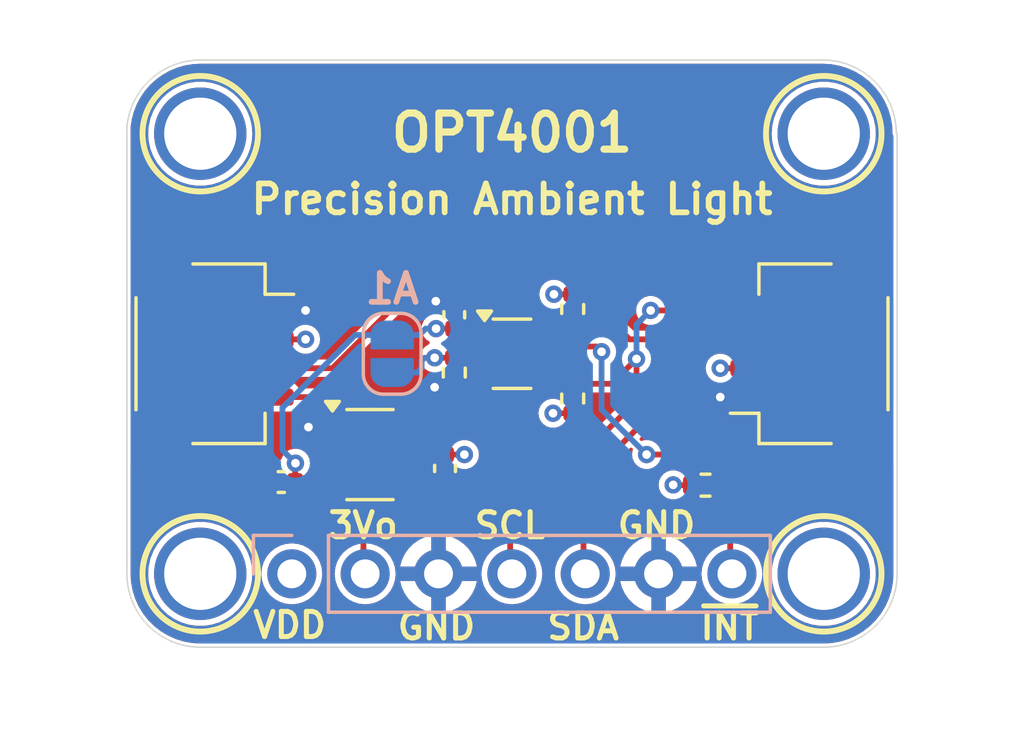
<source format=kicad_pcb>
(kicad_pcb (version 20240108) (generator "pcbnew") (generator_version "8.0")
  (layers (0 "F.Cu" signal) (1 "In1.Cu" signal) (2 "In2.Cu" signal) (31 "B.Cu" signal) (34 "B.Paste" user) (35 "F.Paste" user) (36 "B.SilkS" user "B.Silkscreen") (37 "F.SilkS" user "F.Silkscreen") (38 "B.Mask" user) (39 "F.Mask" user) (44 "Edge.Cuts" user))
  (net 0 "")
  (net 1 "GND")
  (net 2 "/SCL")
  (net 3 "/SDA")
  (net 4 "VDD")
  (net 5 "/INT")
  (net 6 "+3.3V")
  (net 7 "Net-(JP1-B)")
  (footprint "Resistor_SMD:R_0402_1005Metric" (layer "F.Cu") (at 117 95.9 -90)
    (property "Reference" "R1" (hide yes))
    (property "Value" "1MR")
    (fp_line (start -0.153641 0.38) (end 0.153641 0.38) (stroke (width 0.12)) (layer "F.SilkS"))
    (fp_line (start -0.153641 -0.38) (end 0.153641 -0.38) (stroke (width 0.12)) (layer "F.SilkS"))
    (pad "1" smd roundrect (at -0.51 0 270) (size 0.54 0.64) (layers "F.Cu" "F.Paste" "F.Mask") (net 7 "Net-(JP1-B)"))
    (pad "2" smd roundrect (at 0.51 0 270) (size 0.54 0.64) (layers "F.Cu" "F.Paste" "F.Mask") (net 1 "GND"))
  )
  (footprint "OPT4001_MountingHole:MountingHole_2.5mm_Pad" (layer "F.Cu") (at 108.204 87.63)
    (property "Reference" "H1" (hide yes))
    (property "Value" "MountingHole_Pad")
    (fp_circle (center 0 0) (end 2 0) (stroke (width 0.2032)) (fill none) (layer "F.SilkS"))
    (pad "1" thru_hole circle (at 0 0) (size 3.2 3.2) (drill 2.5) (layers "*.Cu" "*.Mask"))
  )
  (footprint "Connector_JST:JST_SH_SM04B-SRSS-TB_1x04-1MP_P1.00mm_Horizontal" (layer "F.Cu") (at 108.664 95.25 -90)
    (property "Reference" "J1" (hide yes))
    (property "Value" "Conn_01x04_MountingPin")
    (fp_line (start -1.94 2.685) (end 1.94 2.685) (stroke (width 0.12)) (layer "F.SilkS"))
    (fp_line (start -3.11 0.715) (end -3.11 -1.785) (stroke (width 0.12)) (layer "F.SilkS"))
    (fp_line (start 3.11 0.715) (end 3.11 -1.785) (stroke (width 0.12)) (layer "F.SilkS"))
    (fp_line (start -3.11 -1.785) (end -2.06 -1.785) (stroke (width 0.12)) (layer "F.SilkS"))
    (fp_line (start -2.06 -1.785) (end -2.06 -2.775) (stroke (width 0.12)) (layer "F.SilkS"))
    (fp_line (start 3.11 -1.785) (end 2.06 -1.785) (stroke (width 0.12)) (layer "F.SilkS"))
    (pad "1" smd roundrect (at -1.5 -2 270) (size 0.6 1.55) (layers "F.Cu" "F.Paste" "F.Mask") (net 1 "GND"))
    (pad "2" smd roundrect (at -0.5 -2 270) (size 0.6 1.55) (layers "F.Cu" "F.Paste" "F.Mask") (net 4 "VDD"))
    (pad "3" smd roundrect (at 0.5 -2 270) (size 0.6 1.55) (layers "F.Cu" "F.Paste" "F.Mask") (net 3 "/SDA"))
    (pad "4" smd roundrect (at 1.5 -2 270) (size 0.6 1.55) (layers "F.Cu" "F.Paste" "F.Mask") (net 2 "/SCL"))
    (pad "MP" smd roundrect (at -2.8 1.875 270) (size 1.2 1.8) (layers "F.Cu" "F.Paste" "F.Mask") (roundrect_rratio 0.208333) (net 1 "GND"))
    (pad "MP" smd roundrect (at 2.8 1.875 270) (size 1.2 1.8) (layers "F.Cu" "F.Paste" "F.Mask") (roundrect_rratio 0.208333) (net 1 "GND"))
  )
  (footprint "OPT4001_MountingHole:MountingHole_2.5mm_Pad" (layer "F.Cu") (at 129.794 87.63)
    (property "Reference" "H4" (hide yes))
    (property "Value" "MountingHole_Pad")
    (fp_circle (center 0 0) (end 2 0) (stroke (width 0.2032)) (fill none) (layer "F.SilkS"))
    (pad "1" thru_hole circle (at 0 0) (size 3.2 3.2) (drill 2.5) (layers "*.Cu" "*.Mask"))
  )
  (footprint "Resistor_SMD:R_0402_1005Metric" (layer "F.Cu") (at 125.7 99.8)
    (property "Reference" "R6" (hide yes))
    (property "Value" "10kR")
    (fp_line (start -0.153641 -0.38) (end 0.153641 -0.38) (stroke (width 0.12)) (layer "F.SilkS"))
    (fp_line (start -0.153641 0.38) (end 0.153641 0.38) (stroke (width 0.12)) (layer "F.SilkS"))
    (pad "1" smd roundrect (at -0.51 0) (size 0.54 0.64) (layers "F.Cu" "F.Paste" "F.Mask") (net 4 "VDD"))
    (pad "2" smd roundrect (at 0.51 0) (size 0.54 0.64) (layers "F.Cu" "F.Paste" "F.Mask") (net 5 "/INT"))
  )
  (footprint "Capacitor_SMD:C_0402_1005Metric" (layer "F.Cu") (at 111.01 99.6911 180)
    (property "Reference" "C3" (hide yes))
    (property "Value" "1uF")
    (fp_line (start -0.107836 0.36) (end 0.107836 0.36) (stroke (width 0.12)) (layer "F.SilkS"))
    (fp_line (start -0.107836 -0.36) (end 0.107836 -0.36) (stroke (width 0.12)) (layer "F.SilkS"))
    (pad "1" smd roundrect (at -0.48 0 180) (size 0.56 0.62) (layers "F.Cu" "F.Paste" "F.Mask") (net 6 "+3.3V"))
    (pad "2" smd roundrect (at 0.48 0 180) (size 0.56 0.62) (layers "F.Cu" "F.Paste" "F.Mask") (net 1 "GND"))
  )
  (footprint "OPT4001_MountingHole:MountingHole_2.5mm_Pad" (layer "F.Cu") (at 108.204 102.87)
    (property "Reference" "H3" (hide yes))
    (property "Value" "MountingHole_Pad")
    (fp_circle (center 0 0) (end 2 0) (stroke (width 0.2032)) (fill none) (layer "F.SilkS"))
    (pad "1" thru_hole circle (at 0 0) (size 3.2 3.2) (drill 2.5) (layers "*.Cu" "*.Mask"))
  )
  (footprint "Package_TO_SOT_SMD:SOT-23-3" (layer "F.Cu") (at 114.08 98.7411)
    (property "Reference" "U2" (hide yes))
    (property "Value" "XC6206PxxxMR")
    (fp_line (start 0 -1.56) (end -0.8 -1.56) (stroke (width 0.12)) (layer "F.SilkS"))
    (fp_line (start 0 -1.56) (end 0.8 -1.56) (stroke (width 0.12)) (layer "F.SilkS"))
    (fp_line (start 0 1.56) (end -0.8 1.56) (stroke (width 0.12)) (layer "F.SilkS"))
    (fp_line (start 0 1.56) (end 0.8 1.56) (stroke (width 0.12)) (layer "F.SilkS"))
    (fp_poly (pts (xy -1.3 -1.51) (xy -1.54 -1.84) (xy -1.06 -1.84) (xy -1.3 -1.51)) (stroke (width 0.12)) (fill solid) (layer "F.SilkS"))
    (pad "1" smd roundrect (at -1.1375 -0.95) (size 1.325 0.6) (layers "F.Cu" "F.Paste" "F.Mask") (net 1 "GND"))
    (pad "2" smd roundrect (at -1.1375 0.95) (size 1.325 0.6) (layers "F.Cu" "F.Paste" "F.Mask") (net 6 "+3.3V"))
    (pad "3" smd roundrect (at 1.1375 0) (size 1.325 0.6) (layers "F.Cu" "F.Paste" "F.Mask") (net 4 "VDD"))
  )
  (footprint "Resistor_SMD:R_0402_1005Metric" (layer "F.Cu") (at 121.1 96.8 90)
    (property "Reference" "R4" (hide yes))
    (property "Value" "10kR")
    (fp_line (start -0.153641 -0.38) (end 0.153641 -0.38) (stroke (width 0.12)) (layer "F.SilkS"))
    (fp_line (start -0.153641 0.38) (end 0.153641 0.38) (stroke (width 0.12)) (layer "F.SilkS"))
    (pad "1" smd roundrect (at -0.51 0 90) (size 0.54 0.64) (layers "F.Cu" "F.Paste" "F.Mask") (net 4 "VDD"))
    (pad "2" smd roundrect (at 0.51 0 90) (size 0.54 0.64) (layers "F.Cu" "F.Paste" "F.Mask") (net 2 "/SCL"))
  )
  (footprint "OPT4001_MountingHole:MountingHole_2.5mm_Pad" (layer "F.Cu") (at 129.794 102.87)
    (property "Reference" "H2" (hide yes))
    (property "Value" "MountingHole_Pad")
    (fp_circle (center 0 0) (end 2 0) (stroke (width 0.2032)) (fill none) (layer "F.SilkS"))
    (pad "1" thru_hole circle (at 0 0) (size 3.2 3.2) (drill 2.5) (layers "*.Cu" "*.Mask"))
  )
  (footprint "Capacitor_SMD:C_0402_1005Metric" (layer "F.Cu") (at 117 93.9 90)
    (property "Reference" "C1" (hide yes))
    (property "Value" "100nF")
    (fp_line (start -0.107836 -0.36) (end 0.107836 -0.36) (stroke (width 0.12)) (layer "F.SilkS"))
    (fp_line (start -0.107836 0.36) (end 0.107836 0.36) (stroke (width 0.12)) (layer "F.SilkS"))
    (pad "1" smd roundrect (at -0.48 0 90) (size 0.56 0.62) (layers "F.Cu" "F.Paste" "F.Mask") (net 6 "+3.3V"))
    (pad "2" smd roundrect (at 0.48 0 90) (size 0.56 0.62) (layers "F.Cu" "F.Paste" "F.Mask") (net 1 "GND"))
  )
  (footprint "Capacitor_SMD:C_0402_1005Metric" (layer "F.Cu") (at 116.68 99.2211 -90)
    (property "Reference" "C2" (hide yes))
    (property "Value" "1uF")
    (fp_line (start -0.107836 0.36) (end 0.107836 0.36) (stroke (width 0.12)) (layer "F.SilkS"))
    (fp_line (start -0.107836 -0.36) (end 0.107836 -0.36) (stroke (width 0.12)) (layer "F.SilkS"))
    (pad "1" smd roundrect (at -0.48 0 270) (size 0.56 0.62) (layers "F.Cu" "F.Paste" "F.Mask") (net 4 "VDD"))
    (pad "2" smd roundrect (at 0.48 0 270) (size 0.56 0.62) (layers "F.Cu" "F.Paste" "F.Mask") (net 1 "GND"))
  )
  (footprint "Resistor_SMD:R_0402_1005Metric" (layer "F.Cu") (at 121.1 93.7 -90)
    (property "Reference" "R3" (hide yes))
    (property "Value" "10kR")
    (fp_line (start -0.153641 0.38) (end 0.153641 0.38) (stroke (width 0.12)) (layer "F.SilkS"))
    (fp_line (start -0.153641 -0.38) (end 0.153641 -0.38) (stroke (width 0.12)) (layer "F.SilkS"))
    (pad "1" smd roundrect (at -0.51 0 270) (size 0.54 0.64) (layers "F.Cu" "F.Paste" "F.Mask") (net 4 "VDD"))
    (pad "2" smd roundrect (at 0.51 0 270) (size 0.54 0.64) (layers "F.Cu" "F.Paste" "F.Mask") (net 3 "/SDA"))
  )
  (footprint "Connector_JST:JST_SH_SM04B-SRSS-TB_1x04-1MP_P1.00mm_Horizontal" (layer "F.Cu") (at 129.334 95.25 90)
    (property "Reference" "J2" (hide yes))
    (property "Value" "Conn_01x04_MountingPin")
    (fp_line (start 3.11 -1.785) (end 2.06 -1.785) (stroke (width 0.12)) (layer "F.SilkS"))
    (fp_line (start -2.06 -1.785) (end -2.06 -2.775) (stroke (width 0.12)) (layer "F.SilkS"))
    (fp_line (start -3.11 -1.785) (end -2.06 -1.785) (stroke (width 0.12)) (layer "F.SilkS"))
    (fp_line (start 3.11 0.715) (end 3.11 -1.785) (stroke (width 0.12)) (layer "F.SilkS"))
    (fp_line (start -3.11 0.715) (end -3.11 -1.785) (stroke (width 0.12)) (layer "F.SilkS"))
    (fp_line (start -1.94 2.685) (end 1.94 2.685) (stroke (width 0.12)) (layer "F.SilkS"))
    (pad "1" smd roundrect (at -1.5 -2 90) (size 0.6 1.55) (layers "F.Cu" "F.Paste" "F.Mask") (net 1 "GND"))
    (pad "2" smd roundrect (at -0.5 -2 90) (size 0.6 1.55) (layers "F.Cu" "F.Paste" "F.Mask") (net 4 "VDD"))
    (pad "3" smd roundrect (at 0.5 -2 90) (size 0.6 1.55) (layers "F.Cu" "F.Paste" "F.Mask") (net 3 "/SDA"))
    (pad "4" smd roundrect (at 1.5 -2 90) (size 0.6 1.55) (layers "F.Cu" "F.Paste" "F.Mask") (net 2 "/SCL"))
    (pad "MP" smd roundrect (at -2.8 1.875 90) (size 1.2 1.8) (layers "F.Cu" "F.Paste" "F.Mask") (roundrect_rratio 0.208333) (net 1 "GND"))
    (pad "MP" smd roundrect (at 2.8 1.875 90) (size 1.2 1.8) (layers "F.Cu" "F.Paste" "F.Mask") (roundrect_rratio 0.208333) (net 1 "GND"))
  )
  (footprint "OPT4001_Package_TO_SOT_SMD:SOT-5X3" (layer "F.Cu") (at 118.999 95.25)
    (property "Reference" "U1" (hide yes))
    (property "Value" "OPT4001DNPRQ1")
    (fp_line (start -0.65 -1.2) (end 0.65 -1.2) (stroke (width 0.12)) (layer "F.SilkS"))
    (fp_line (start -0.65 1.2) (end 0.65 1.2) (stroke (width 0.12)) (layer "F.SilkS"))
    (fp_poly (pts (xy -0.95 -1.15) (xy -1.19 -1.48) (xy -0.71 -1.48) (xy -0.95 -1.15)) (stroke (width 0.12)) (fill solid) (layer "F.SilkS"))
    (pad "1" smd rect (at -0.86 -0.75 270) (size 0.3 0.72) (layers "F.Cu" "F.Paste" "F.Mask") (net 6 "+3.3V"))
    (pad "2" smd rect (at -0.86 -0.25 270) (size 0.3 0.72) (layers "F.Cu" "F.Paste" "F.Mask") (net 7 "Net-(JP1-B)"))
    (pad "3" smd rect (at -0.86 0.25 270) (size 0.3 0.72) (layers "F.Cu" "F.Paste" "F.Mask"))
    (pad "4" smd rect (at -0.86 0.75 270) (size 0.3 0.72) (layers "F.Cu" "F.Paste" "F.Mask") (net 1 "GND"))
    (pad "5" smd rect (at 0.86 0.75 270) (size 0.3 0.72) (layers "F.Cu" "F.Paste" "F.Mask") (net 2 "/SCL"))
    (pad "6" smd rect (at 0.86 0.25 270) (size 0.3 0.72) (layers "F.Cu" "F.Paste" "F.Mask"))
    (pad "7" smd rect (at 0.86 -0.25 270) (size 0.3 0.72) (layers "F.Cu" "F.Paste" "F.Mask") (net 5 "/INT"))
    (pad "8" smd rect (at 0.86 -0.75 270) (size 0.3 0.72) (layers "F.Cu" "F.Paste" "F.Mask") (net 3 "/SDA"))
  )
  (footprint "Jumper:SolderJumper-2_P1.3mm_Open_RoundedPad1.0x1.5mm" (layer "B.Cu") (at 114.85 95.25 -90)
    (property "Reference" "JP1" (hide yes))
    (property "Value" "SolderJumper_2_Open")
    (fp_line (start 0.7 1) (end -0.7 1) (stroke (width 0.12)) (layer "B.SilkS"))
    (fp_line (start -1.4 0.3) (end -1.4 -0.3) (stroke (width 0.12)) (layer "B.SilkS"))
    (fp_line (start 1.4 -0.3) (end 1.4 0.3) (stroke (width 0.12)) (layer "B.SilkS"))
    (fp_line (start -0.7 -1) (end 0.7 -1) (stroke (width 0.12)) (layer "B.SilkS"))
    (fp_arc (start -0.7 1) (mid -1.194975 0.794975) (end -1.4 0.3) (stroke (width 0.12)) (layer "B.SilkS"))
    (fp_arc (start 1.4 0.3) (mid 1.194975 0.794975) (end 0.7 1) (stroke (width 0.12)) (layer "B.SilkS"))
    (fp_arc (start -1.4 -0.3) (mid -1.194975 -0.794975) (end -0.7 -1) (stroke (width 0.12)) (layer "B.SilkS"))
    (fp_arc (start 0.7 -1) (mid 1.194975 -0.794975) (end 1.4 -0.3) (stroke (width 0.12)) (layer "B.SilkS"))
    (pad "1" smd custom (at -0.65 0 270) (size 1 0.5) (layers "B.Cu" "B.Mask") (net 6 "+3.3V") (options (clearance outline) (anchor rect)) (primitives (gr_circle (center 0 -0.25) (end 0.5 -0.25) (width 0) (fill yes)) (gr_circle (center 0 0.25) (end 0.5 0.25) (width 0) (fill yes)) (gr_poly (pts (xy 0.5 -0.75) (xy 0 -0.75) (xy 0 0.75) (xy 0.5 0.75)) (width 0) (fill yes))))
    (pad "2" smd custom (at 0.65 0 270) (size 1 0.5) (layers "B.Cu" "B.Mask") (net 7 "Net-(JP1-B)") (options (clearance outline) (anchor rect)) (primitives (gr_circle (center 0 -0.25) (end 0.5 -0.25) (width 0) (fill yes)) (gr_circle (center 0 0.25) (end 0.5 0.25) (width 0) (fill yes)) (gr_poly (pts (xy 0 -0.75) (xy -0.5 -0.75) (xy -0.5 0.75) (xy 0 0.75)) (width 0) (fill yes))))
  )
  (footprint "Connector_PinHeader_2.54mm:PinHeader_1x07_P2.54mm_Vertical" (layer "B.Cu") (at 111.374 102.87 -90)
    (property "Reference" "J3" (hide yes))
    (property "Value" "Conn_01x07_Pin")
    (fp_line (start -1.33 1.33) (end -1.33 0) (stroke (width 0.12)) (layer "B.SilkS"))
    (fp_line (start 0 1.33) (end -1.33 1.33) (stroke (width 0.12)) (layer "B.SilkS"))
    (fp_line (start 1.33 -1.27) (end -1.33 -1.27) (stroke (width 0.12)) (layer "B.SilkS"))
    (fp_line (start -1.33 -16.57) (end -1.33 -1.27) (stroke (width 0.12)) (layer "B.SilkS"))
    (fp_line (start 1.33 -16.57) (end 1.33 -1.27) (stroke (width 0.12)) (layer "B.SilkS"))
    (fp_line (start 1.33 -16.57) (end -1.33 -16.57) (stroke (width 0.12)) (layer "B.SilkS"))
    (pad "1" thru_hole circle (at 0 0 270) (size 1.7 1.7) (drill 1) (layers "*.Cu" "*.Mask") (net 4 "VDD"))
    (pad "2" thru_hole oval (at 0 -2.54 270) (size 1.7 1.7) (drill 1) (layers "*.Cu" "*.Mask") (net 6 "+3.3V"))
    (pad "3" thru_hole oval (at 0 -5.08 270) (size 1.7 1.7) (drill 1) (layers "*.Cu" "*.Mask") (net 1 "GND"))
    (pad "4" thru_hole oval (at 0 -7.62 270) (size 1.7 1.7) (drill 1) (layers "*.Cu" "*.Mask") (net 2 "/SCL"))
    (pad "5" thru_hole oval (at 0 -10.16 270) (size 1.7 1.7) (drill 1) (layers "*.Cu" "*.Mask") (net 3 "/SDA"))
    (pad "6" thru_hole oval (at 0 -12.7 270) (size 1.7 1.7) (drill 1) (layers "*.Cu" "*.Mask") (net 1 "GND"))
    (pad "7" thru_hole oval (at 0 -15.24 270) (size 1.7 1.7) (drill 1) (layers "*.Cu" "*.Mask") (net 5 "/INT"))
  )
  (gr_line (start 129.794 105.41) (end 108.204 105.41) (stroke (width 0.05)) (layer "Edge.Cuts"))
  (gr_line (start 132.334 87.63) (end 132.305 87.62) (stroke (width 0.05)) (layer "Edge.Cuts"))
  (gr_arc (start 108.204 105.41) (mid 106.407949 104.666051) (end 105.664 102.87) (stroke (width 0.05)) (layer "Edge.Cuts"))
  (gr_line (start 108.232921 85.08) (end 129.765 85.08) (stroke (width 0.05)) (layer "Edge.Cuts"))
  (gr_arc (start 129.765 85.08) (mid 131.561051 85.823949) (end 132.305 87.62) (stroke (width 0.05)) (layer "Edge.Cuts"))
  (gr_line (start 132.334 87.63) (end 132.334 102.87) (stroke (width 0.05)) (layer "Edge.Cuts"))
  (gr_arc (start 132.334 102.87) (mid 131.590051 104.666051) (end 129.794 105.41) (stroke (width 0.05)) (layer "Edge.Cuts"))
  (gr_arc (start 105.664 87.402544) (mid 106.390538 85.837044) (end 108.232921 85.08) (stroke (width 0.05)) (layer "Edge.Cuts"))
  (gr_line (start 105.664 102.87) (end 105.664 87.402544) (stroke (width 0.05)) (layer "Edge.Cuts"))
  (gr_text "A1" (at 114.85 93 0) (layer "B.SilkS") (effects (font (size 1 1) (thickness 0.2) (bold yes)) (justify mirror)))
  (gr_text "SCL" (at 118.9228 101.1936 0) (layer "F.SilkS") (effects (font (size 0.87 0.87) (thickness 0.174) (bold yes))))
  (gr_text "GND" (at 124.0028 101.1936 0) (layer "F.SilkS") (effects (font (size 0.87 0.87) (thickness 0.174) (bold yes))))
  (gr_text "~{INT}" (at 126.5428 104.6988 0) (layer "F.SilkS") (effects (font (size 0.87 0.87) (thickness 0.174) (bold yes))))
  (gr_text "SDA" (at 121.4628 104.6988 0) (layer "F.SilkS") (effects (font (size 0.87 0.87) (thickness 0.174) (bold yes))))
  (gr_text "Precision Ambient Light" (at 118.998961 89.9 0) (layer "F.SilkS") (effects (font (size 1 1) (thickness 0.2) (bold yes))))
  (gr_text "VDD" (at 111.3 104.648 0) (layer "F.SilkS") (effects (font (size 0.87 0.87) (thickness 0.174) (bold yes))))
  (gr_text "GND" (at 116.3828 104.6988 0) (layer "F.SilkS") (effects (font (size 0.87 0.87) (thickness 0.174) (bold yes))))
  (gr_text "3Vo" (at 113.8428 101.1936 0) (layer "F.SilkS") (effects (font (size 0.87 0.87) (thickness 0.174) (bold yes))))
  (gr_text "OPT4001" (at 118.998961 87.6 0) (layer "F.SilkS") (effects (font (size 1.25 1.25) (thickness 0.25) (bold yes))))
  (segment (start 117 93.42) (end 116.37 93.42) (width 0.2) (layer "F.Cu") (net 1))
  (segment (start 112.9425 97.7911) (end 111.9511 97.7911) (width 0.2) (layer "F.Cu") (net 1))
  (segment (start 110.664 93.75) (end 111.85 93.75) (width 0.2) (layer "F.Cu") (net 1))
  (segment (start 117.42 96.41) (end 117 96.41) (width 0.2) (layer "F.Cu") (net 1))
  (segment (start 111.9511 97.7911) (end 111.95 97.79) (width 0.2) (layer "F.Cu") (net 1))
  (segment (start 118.139 96) (end 117.71 96) (width 0.2) (layer "F.Cu") (net 1))
  (segment (start 117.56 96.15) (end 117.56 96.27) (width 0.2) (layer "F.Cu") (net 1))
  (segment (start 127.334 96.75) (end 126.21 96.75) (width 0.2) (layer "F.Cu") (net 1))
  (segment (start 116.37 93.42) (end 116.36 93.43) (width 0.2) (layer "F.Cu") (net 1))
  (segment (start 117 96.41) (end 116.32 96.41) (width 0.2) (layer "F.Cu") (net 1))
  (segment (start 117.71 96) (end 117.56 96.15) (width 0.2) (layer "F.Cu") (net 1))
  (segment (start 117.56 96.27) (end 117.42 96.41) (width 0.2) (layer "F.Cu") (net 1))
  (via (at 111.95 97.79) (size 0.6) (drill 0.3) (layers "F.Cu" "B.Cu") (net 1))
  (via (at 116.32 96.41) (size 0.6) (drill 0.3) (layers "F.Cu" "B.Cu") (net 1))
  (via (at 116.36 93.43) (size 0.6) (drill 0.3) (layers "F.Cu" "B.Cu") (net 1))
  (via (at 126.21 96.75) (size 0.6) (drill 0.3) (layers "F.Cu" "B.Cu") (net 1))
  (via (at 111.85 93.75) (size 0.6) (drill 0.3) (layers "F.Cu" "B.Cu") (net 1))
  (segment (start 123.31 95.43) (end 123.31 96.88) (width 0.2) (layer "F.Cu") (net 2))
  (segment (start 120.33 96) (end 120.62 96.29) (width 0.2) (layer "F.Cu") (net 2))
  (segment (start 114.03 97.34) (end 119.06 97.34) (width 0.2) (layer "F.Cu") (net 2))
  (segment (start 119.859 96) (end 120.33 96) (width 0.2) (layer "F.Cu") (net 2))
  (segment (start 123.31 96.88) (end 118.934 101.256) (width 0.2) (layer "F.Cu") (net 2))
  (segment (start 120.62 96.29) (end 121.1 96.29) (width 0.2) (layer "F.Cu") (net 2))
  (segment (start 119.859 96.541) (end 119.859 96) (width 0.2) (layer "F.Cu") (net 2))
  (segment (start 118.934 101.256) (end 118.934 102.87) (width 0.2) (layer "F.Cu") (net 2))
  (segment (start 110.664 96.75) (end 113.44 96.75) (width 0.2) (layer "F.Cu") (net 2))
  (segment (start 122.61 96.13) (end 123.31 95.43) (width 0.2) (layer "F.Cu") (net 2))
  (segment (start 113.44 96.75) (end 114.03 97.34) (width 0.2) (layer "F.Cu") (net 2))
  (segment (start 123.8 93.75) (end 127.334 93.75) (width 0.2) (layer "F.Cu") (net 2))
  (segment (start 122.45 96.29) (end 122.61 96.13) (width 0.2) (layer "F.Cu") (net 2))
  (segment (start 121.1 96.29) (end 122.45 96.29) (width 0.2) (layer "F.Cu") (net 2))
  (segment (start 119.06 97.34) (end 119.859 96.541) (width 0.2) (layer "F.Cu") (net 2))
  (via (at 123.31 95.43) (size 0.6) (drill 0.3) (layers "F.Cu" "B.Cu") (net 2))
  (via (at 123.8 93.75) (size 0.6) (drill 0.3) (layers "F.Cu" "B.Cu") (net 2))
  (segment (start 123.31 95.43) (end 123.31 94.24) (width 0.2) (layer "B.Cu") (net 2))
  (segment (start 123.31 94.24) (end 123.8 93.75) (width 0.2) (layer "B.Cu") (net 2))
  (segment (start 123.07 94.75) (end 123.98 94.75) (width 0.2) (layer "F.Cu") (net 3))
  (segment (start 124.23 94.75) (end 124.23 95) (width 0.2) (layer "F.Cu") (net 3))
  (segment (start 119.859 93.859) (end 118.66 92.66) (width 0.2) (layer "F.Cu") (net 3))
  (segment (start 124.48 94.75) (end 127.334 94.75) (width 0.2) (layer "F.Cu") (net 3))
  (segment (start 121.474 99.696) (end 121.474 102.87) (width 0.2) (layer "F.Cu") (net 3))
  (segment (start 121.1 94.21) (end 122.53 94.21) (width 0.2) (layer "F.Cu") (net 3))
  (segment (start 118.66 92.66) (end 115.87 92.66) (width 0.2) (layer "F.Cu") (net 3))
  (segment (start 112.78 95.75) (end 110.664 95.75) (width 0.2) (layer "F.Cu") (net 3))
  (segment (start 124.23 96.94) (end 121.474 99.696) (width 0.2) (layer "F.Cu") (net 3))
  (segment (start 120.3 94.5) (end 120.59 94.21) (width 0.2) (layer "F.Cu") (net 3))
  (segment (start 124.23 94.75) (end 124.48 94.75) (width 0.2) (layer "F.Cu") (net 3))
  (segment (start 115.87 92.66) (end 112.78 95.75) (width 0.2) (layer "F.Cu") (net 3))
  (segment (start 119.859 94.5) (end 119.859 93.859) (width 0.2) (layer "F.Cu") (net 3))
  (segment (start 120.59 94.21) (end 121.1 94.21) (width 0.2) (layer "F.Cu") (net 3))
  (segment (start 124.23 95) (end 124.48 94.75) (width 0.2) (layer "F.Cu") (net 3))
  (segment (start 119.859 94.5) (end 120.3 94.5) (width 0.2) (layer "F.Cu") (net 3))
  (segment (start 124.23 95) (end 123.98 94.75) (width 0.2) (layer "F.Cu") (net 3))
  (segment (start 124.23 95) (end 124.23 96.94) (width 0.2) (layer "F.Cu") (net 3))
  (segment (start 122.53 94.21) (end 123.07 94.75) (width 0.2) (layer "F.Cu") (net 3))
  (segment (start 123.98 94.75) (end 124.23 94.75) (width 0.2) (layer "F.Cu") (net 3))
  (segment (start 127.334 95.75) (end 126.21 95.75) (width 0.2) (layer "F.Cu") (net 4))
  (segment (start 121.1 93.19) (end 120.45 93.19) (width 0.2) (layer "F.Cu") (net 4))
  (segment (start 124.59 99.8) (end 124.58 99.79) (width 0.2) (layer "F.Cu") (net 4))
  (segment (start 117.3489 98.7411) (end 117.35 98.74) (width 0.2) (layer "F.Cu") (net 4))
  (segment (start 125.19 99.8) (end 124.59 99.8) (width 0.2) (layer "F.Cu") (net 4))
  (segment (start 121.1 97.31) (end 120.42 97.31) (width 0.2) (layer "F.Cu") (net 4))
  (segment (start 116.68 98.7411) (end 117.3489 98.7411) (width 0.2) (layer "F.Cu") (net 4))
  (segment (start 110.664 94.75) (end 111.85 94.75) (width 0.2) (layer "F.Cu") (net 4))
  (segment (start 116.68 98.7411) (end 115.2175 98.7411) (width 0.2) (layer "F.Cu") (net 4))
  (via (at 124.58 99.79) (size 0.6) (drill 0.3) (layers "F.Cu" "B.Cu") (net 4))
  (via (at 126.21 95.75) (size 0.6) (drill 0.3) (layers "F.Cu" "B.Cu") (net 4))
  (via (at 120.42 97.31) (size 0.6) (drill 0.3) (layers "F.Cu" "B.Cu") (net 4))
  (via (at 120.45 93.19) (size 0.6) (drill 0.3) (layers "F.Cu" "B.Cu") (net 4))
  (via (at 111.85 94.75) (size 0.6) (drill 0.3) (layers "F.Cu" "B.Cu") (net 4))
  (via (at 117.35 98.74) (size 0.6) (drill 0.3) (layers "F.Cu" "B.Cu") (net 4))
  (segment (start 126.21 100.91) (end 126.554 101.254) (width 0.2) (layer "F.Cu") (net 5))
  (segment (start 126.21 99.8) (end 125.15 98.74) (width 0.2) (layer "F.Cu") (net 5))
  (segment (start 121.92 95) (end 122.1 95.18) (width 0.2) (layer "F.Cu") (net 5))
  (segment (start 126.21 99.8) (end 126.21 100.91) (width 0.2) (layer "F.Cu") (net 5))
  (segment (start 125.15 98.74) (end 123.66 98.74) (width 0.2) (layer "F.Cu") (net 5))
  (segment (start 119.859 95) (end 121.92 95) (width 0.2) (layer "F.Cu") (net 5))
  (segment (start 126.554 101.254) (end 126.554 102.87) (width 0.2) (layer "F.Cu") (net 5))
  (via (at 122.1 95.18) (size 0.6) (drill 0.3) (layers "F.Cu" "B.Cu") (net 5))
  (via (at 123.66 98.74) (size 0.6) (drill 0.3) (layers "F.Cu" "B.Cu") (net 5))
  (segment (start 122.1 97.18) (end 123.66 98.74) (width 0.2) (layer "B.Cu") (net 5))
  (segment (start 122.1 95.18) (end 122.1 97.18) (width 0.2) (layer "B.Cu") (net 5))
  (segment (start 112.9425 100.7925) (end 113.854 101.704) (width 0.2) (layer "F.Cu") (net 6))
  (segment (start 111.49 99.6911) (end 111.49 99.05) (width 0.2) (layer "F.Cu") (net 6))
  (segment (start 111.49 99.6911) (end 112.9425 99.6911) (width 0.2) (layer "F.Cu") (net 6))
  (segment (start 113.854 101.704) (end 113.854 102.87) (width 0.2) (layer "F.Cu") (net 6))
  (segment (start 117.57 94.5) (end 118.139 94.5) (width 0.2) (layer "F.Cu") (net 6))
  (segment (start 117 94.38) (end 116.37 94.38) (width 0.2) (layer "F.Cu") (net 6))
  (segment (start 112.9425 99.6911) (end 112.9425 100.7925) (width 0.2) (layer "F.Cu") (net 6))
  (segment (start 111.49 99.05) (end 111.5 99.04) (width 0.2) (layer "F.Cu") (net 6))
  (segment (start 117 94.38) (end 117.45 94.38) (width 0.2) (layer "F.Cu") (net 6))
  (segment (start 117.45 94.38) (end 117.57 94.5) (width 0.2) (layer "F.Cu") (net 6))
  (via (at 111.5 99.04) (size 0.6) (drill 0.3) (layers "F.Cu" "B.Cu") (net 6))
  (via (at 116.37 94.38) (size 0.6) (drill 0.3) (layers "F.Cu" "B.Cu") (net 6))
  (segment (start 114.85 94.6) (end 113.57 94.6) (width 0.2) (layer "B.Cu") (net 6))
  (segment (start 111.05 98.59) (end 111.5 99.04) (width 0.2) (layer "B.Cu") (net 6))
  (segment (start 115.79 94.6) (end 114.85 94.6) (width 0.2) (layer "B.Cu") (net 6))
  (segment (start 113.57 94.6) (end 111.05 97.12) (width 0.2) (layer "B.Cu") (net 6))
  (segment (start 116.37 94.38) (end 116.01 94.38) (width 0.2) (layer "B.Cu") (net 6))
  (segment (start 116.01 94.38) (end 115.79 94.6) (width 0.2) (layer "B.Cu") (net 6))
  (segment (start 111.05 97.12) (end 111.05 98.59) (width 0.2) (layer "B.Cu") (net 6))
  (segment (start 117 95.39) (end 117.389 95.39) (width 0.2) (layer "F.Cu") (net 7))
  (segment (start 117.479 95.16) (end 117.639 95) (width 0.2) (layer "F.Cu") (net 7))
  (segment (start 117 95.39) (end 116.32 95.39) (width 0.2) (layer "F.Cu") (net 7))
  (segment (start 117.389 95.39) (end 117.479 95.3) (width 0.2) (layer "F.Cu") (net 7))
  (segment (start 117.639 95) (end 118.139 95) (width 0.2) (layer "F.Cu") (net 7))
  (segment (start 117.479 95.3) (end 117.479 95.16) (width 0.2) (layer "F.Cu") (net 7))
  (via (at 116.32 95.39) (size 0.6) (drill 0.3) (layers "F.Cu" "B.Cu") (net 7))
  (segment (start 115.97 95.39) (end 115.87 95.49) (width 0.2) (layer "B.Cu") (net 7))
  (segment (start 115.87 95.49) (end 115.87 95.75) (width 0.2) (layer "B.Cu") (net 7))
  (segment (start 115.87 95.75) (end 115.72 95.9) (width 0.2) (layer "B.Cu") (net 7))
  (segment (start 116.32 95.39) (end 115.97 95.39) (width 0.2) (layer "B.Cu") (net 7))
  (segment (start 115.72 95.9) (end 114.85 95.9) (width 0.2) (layer "B.Cu") (net 7))
  (zone (net 1) (net_name "GND") (layers "F.Cu" "In1.Cu" "B.Cu") (connect_pads (clearance 0.127)) (min_thickness 0.127) (fill yes (thermal_gap 0.5) (thermal_bridge_width 0.5))
    (polygon (pts (xy 105 84) (xy 133 84) (xy 133 106) (xy 105 106)))
  )
)
</source>
